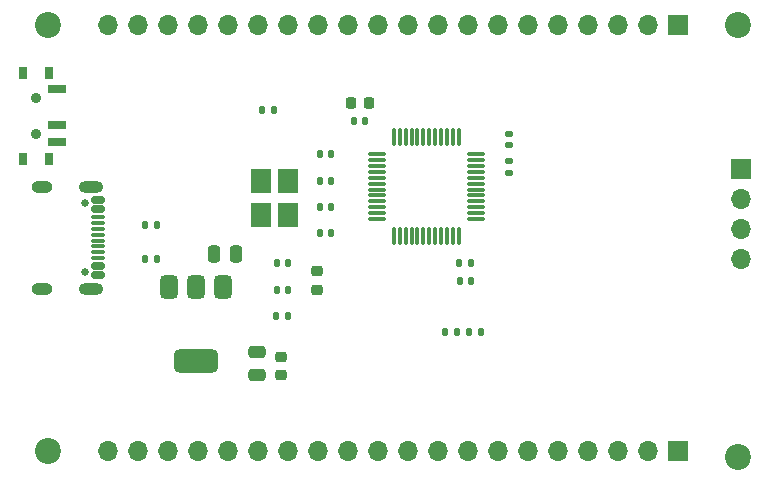
<source format=gbr>
%TF.GenerationSoftware,KiCad,Pcbnew,8.0.0*%
%TF.CreationDate,2024-03-08T02:50:51-08:00*%
%TF.ProjectId,blackpill,626c6163-6b70-4696-9c6c-2e6b69636164,rev?*%
%TF.SameCoordinates,Original*%
%TF.FileFunction,Soldermask,Top*%
%TF.FilePolarity,Negative*%
%FSLAX46Y46*%
G04 Gerber Fmt 4.6, Leading zero omitted, Abs format (unit mm)*
G04 Created by KiCad (PCBNEW 8.0.0) date 2024-03-08 02:50:51*
%MOMM*%
%LPD*%
G01*
G04 APERTURE LIST*
G04 Aperture macros list*
%AMRoundRect*
0 Rectangle with rounded corners*
0 $1 Rounding radius*
0 $2 $3 $4 $5 $6 $7 $8 $9 X,Y pos of 4 corners*
0 Add a 4 corners polygon primitive as box body*
4,1,4,$2,$3,$4,$5,$6,$7,$8,$9,$2,$3,0*
0 Add four circle primitives for the rounded corners*
1,1,$1+$1,$2,$3*
1,1,$1+$1,$4,$5*
1,1,$1+$1,$6,$7*
1,1,$1+$1,$8,$9*
0 Add four rect primitives between the rounded corners*
20,1,$1+$1,$2,$3,$4,$5,0*
20,1,$1+$1,$4,$5,$6,$7,0*
20,1,$1+$1,$6,$7,$8,$9,0*
20,1,$1+$1,$8,$9,$2,$3,0*%
G04 Aperture macros list end*
%ADD10O,1.800000X1.000000*%
%ADD11O,2.100000X1.000000*%
%ADD12RoundRect,0.150000X-0.425000X0.150000X-0.425000X-0.150000X0.425000X-0.150000X0.425000X0.150000X0*%
%ADD13RoundRect,0.075000X-0.500000X0.075000X-0.500000X-0.075000X0.500000X-0.075000X0.500000X0.075000X0*%
%ADD14C,0.650000*%
%ADD15C,2.200000*%
%ADD16RoundRect,0.375000X-0.375000X0.625000X-0.375000X-0.625000X0.375000X-0.625000X0.375000X0.625000X0*%
%ADD17RoundRect,0.500000X-1.400000X0.500000X-1.400000X-0.500000X1.400000X-0.500000X1.400000X0.500000X0*%
%ADD18RoundRect,0.250000X-0.250000X-0.475000X0.250000X-0.475000X0.250000X0.475000X-0.250000X0.475000X0*%
%ADD19R,1.800000X2.100000*%
%ADD20RoundRect,0.140000X-0.170000X0.140000X-0.170000X-0.140000X0.170000X-0.140000X0.170000X0.140000X0*%
%ADD21RoundRect,0.225000X-0.225000X-0.250000X0.225000X-0.250000X0.225000X0.250000X-0.225000X0.250000X0*%
%ADD22RoundRect,0.135000X-0.135000X-0.185000X0.135000X-0.185000X0.135000X0.185000X-0.135000X0.185000X0*%
%ADD23RoundRect,0.075000X-0.662500X-0.075000X0.662500X-0.075000X0.662500X0.075000X-0.662500X0.075000X0*%
%ADD24RoundRect,0.075000X-0.075000X-0.662500X0.075000X-0.662500X0.075000X0.662500X-0.075000X0.662500X0*%
%ADD25RoundRect,0.140000X-0.140000X-0.170000X0.140000X-0.170000X0.140000X0.170000X-0.140000X0.170000X0*%
%ADD26RoundRect,0.135000X0.135000X0.185000X-0.135000X0.185000X-0.135000X-0.185000X0.135000X-0.185000X0*%
%ADD27RoundRect,0.135000X-0.185000X0.135000X-0.185000X-0.135000X0.185000X-0.135000X0.185000X0.135000X0*%
%ADD28RoundRect,0.218750X-0.256250X0.218750X-0.256250X-0.218750X0.256250X-0.218750X0.256250X0.218750X0*%
%ADD29R,1.500000X0.700000*%
%ADD30R,0.800000X1.000000*%
%ADD31C,0.900000*%
%ADD32RoundRect,0.140000X0.140000X0.170000X-0.140000X0.170000X-0.140000X-0.170000X0.140000X-0.170000X0*%
%ADD33R,1.700000X1.700000*%
%ADD34O,1.700000X1.700000*%
%ADD35RoundRect,0.250000X0.475000X-0.250000X0.475000X0.250000X-0.475000X0.250000X-0.475000X-0.250000X0*%
G04 APERTURE END LIST*
D10*
%TO.C,J1*%
X57345000Y-96522000D03*
D11*
X61525000Y-96522000D03*
D10*
X57345000Y-87882000D03*
D11*
X61525000Y-87882000D03*
D12*
X62100000Y-89002000D03*
X62100000Y-89802000D03*
D13*
X62100000Y-90452000D03*
X62100000Y-91452000D03*
X62100000Y-92952000D03*
X62100000Y-93952000D03*
D12*
X62100000Y-94602000D03*
X62100000Y-95402000D03*
X62100000Y-95402000D03*
X62100000Y-94602000D03*
D13*
X62100000Y-93452000D03*
X62100000Y-92452000D03*
X62100000Y-91952000D03*
X62100000Y-90952000D03*
D12*
X62100000Y-89802000D03*
X62100000Y-89002000D03*
D14*
X61025000Y-95092000D03*
X61025000Y-89312000D03*
%TD*%
D15*
%TO.C,H2*%
X57912000Y-74168000D03*
%TD*%
D16*
%TO.C,U1*%
X68100000Y-96350000D03*
D17*
X70400000Y-102650000D03*
D16*
X70400000Y-96350000D03*
X72700000Y-96350000D03*
%TD*%
D18*
%TO.C,C1*%
X71900000Y-93600000D03*
X73800000Y-93600000D03*
%TD*%
D19*
%TO.C,Y1*%
X75900000Y-87400000D03*
X75900000Y-90300000D03*
X78200000Y-90300000D03*
X78200000Y-87400000D03*
%TD*%
D20*
%TO.C,C6*%
X96900000Y-83420000D03*
X96900000Y-84380000D03*
%TD*%
D21*
%TO.C,C3*%
X83525000Y-80800000D03*
X85075000Y-80800000D03*
%TD*%
D22*
%TO.C,R5*%
X93500000Y-100200000D03*
X94520000Y-100200000D03*
%TD*%
D23*
%TO.C,U2*%
X85753500Y-85134000D03*
X85753500Y-85634000D03*
X85753500Y-86134000D03*
X85753500Y-86634000D03*
X85753500Y-87134000D03*
X85753500Y-87634000D03*
X85753500Y-88134000D03*
X85753500Y-88634000D03*
X85753500Y-89134000D03*
X85753500Y-89634000D03*
X85753500Y-90134000D03*
X85753500Y-90634000D03*
D24*
X87166000Y-92046500D03*
X87666000Y-92046500D03*
X88166000Y-92046500D03*
X88666000Y-92046500D03*
X89166000Y-92046500D03*
X89666000Y-92046500D03*
X90166000Y-92046500D03*
X90666000Y-92046500D03*
X91166000Y-92046500D03*
X91666000Y-92046500D03*
X92166000Y-92046500D03*
X92666000Y-92046500D03*
D23*
X94078500Y-90634000D03*
X94078500Y-90134000D03*
X94078500Y-89634000D03*
X94078500Y-89134000D03*
X94078500Y-88634000D03*
X94078500Y-88134000D03*
X94078500Y-87634000D03*
X94078500Y-87134000D03*
X94078500Y-86634000D03*
X94078500Y-86134000D03*
X94078500Y-85634000D03*
X94078500Y-85134000D03*
D24*
X92666000Y-83721500D03*
X92166000Y-83721500D03*
X91666000Y-83721500D03*
X91166000Y-83721500D03*
X90666000Y-83721500D03*
X90166000Y-83721500D03*
X89666000Y-83721500D03*
X89166000Y-83721500D03*
X88666000Y-83721500D03*
X88166000Y-83721500D03*
X87666000Y-83721500D03*
X87166000Y-83721500D03*
%TD*%
D25*
%TO.C,C4*%
X83779000Y-82324000D03*
X84739000Y-82324000D03*
%TD*%
D22*
%TO.C,R2*%
X75980000Y-81400000D03*
X77000000Y-81400000D03*
%TD*%
D26*
%TO.C,R4*%
X92500000Y-100200000D03*
X91480000Y-100200000D03*
%TD*%
D27*
%TO.C,R3*%
X96900000Y-85690000D03*
X96900000Y-86710000D03*
%TD*%
D28*
%TO.C,D1*%
X77612000Y-102291000D03*
X77612000Y-103866000D03*
%TD*%
D26*
%TO.C,R7*%
X67110000Y-94000000D03*
X66090000Y-94000000D03*
%TD*%
D29*
%TO.C,SW1*%
X58630000Y-84150000D03*
X58630000Y-82650000D03*
X58630000Y-79650000D03*
D30*
X55770000Y-85550000D03*
X57980000Y-85550000D03*
D31*
X56870000Y-83400000D03*
X56870000Y-80400000D03*
D30*
X55770000Y-78250000D03*
X57980000Y-78250000D03*
%TD*%
D32*
%TO.C,C7*%
X93670000Y-94327300D03*
X92710000Y-94327300D03*
%TD*%
D26*
%TO.C,R6*%
X67110000Y-91100000D03*
X66090000Y-91100000D03*
%TD*%
D32*
%TO.C,C10*%
X78212000Y-96634000D03*
X77252000Y-96634000D03*
%TD*%
D15*
%TO.C,H3*%
X57912000Y-110236000D03*
%TD*%
D32*
%TO.C,C11*%
X81880000Y-89600000D03*
X80920000Y-89600000D03*
%TD*%
%TO.C,C8*%
X81880000Y-91789300D03*
X80920000Y-91789300D03*
%TD*%
D15*
%TO.C,H4*%
X116332000Y-110744000D03*
%TD*%
D33*
%TO.C,J4*%
X111252000Y-74168000D03*
D34*
X108712000Y-74168000D03*
X106172000Y-74168000D03*
X103632000Y-74168000D03*
X101092000Y-74168000D03*
X98552000Y-74168000D03*
X96012000Y-74168000D03*
X93472000Y-74168000D03*
X90932000Y-74168000D03*
X88392000Y-74168000D03*
X85852000Y-74168000D03*
X83312000Y-74168000D03*
X80772000Y-74168000D03*
X78232000Y-74168000D03*
X75692000Y-74168000D03*
X73152000Y-74168000D03*
X70612000Y-74168000D03*
X68072000Y-74168000D03*
X65532000Y-74168000D03*
X62992000Y-74168000D03*
%TD*%
D15*
%TO.C,H1*%
X116332000Y-74168000D03*
%TD*%
D32*
%TO.C,C13*%
X80920000Y-87400000D03*
X81880000Y-87400000D03*
%TD*%
D26*
%TO.C,R1*%
X78242000Y-98834000D03*
X77222000Y-98834000D03*
%TD*%
D32*
%TO.C,C9*%
X78212000Y-94323300D03*
X77252000Y-94323300D03*
%TD*%
D35*
%TO.C,C2*%
X75580000Y-103800000D03*
X75580000Y-101900000D03*
%TD*%
D33*
%TO.C,J3*%
X111252000Y-110236000D03*
D34*
X108712000Y-110236000D03*
X106172000Y-110236000D03*
X103632000Y-110236000D03*
X101092000Y-110236000D03*
X98552000Y-110236000D03*
X96012000Y-110236000D03*
X93472000Y-110236000D03*
X90932000Y-110236000D03*
X88392000Y-110236000D03*
X85852000Y-110236000D03*
X83312000Y-110236000D03*
X80772000Y-110236000D03*
X78232000Y-110236000D03*
X75692000Y-110236000D03*
X73152000Y-110236000D03*
X70612000Y-110236000D03*
X68072000Y-110236000D03*
X65532000Y-110236000D03*
X62992000Y-110236000D03*
%TD*%
D32*
%TO.C,C12*%
X81880000Y-85100000D03*
X80920000Y-85100000D03*
%TD*%
D28*
%TO.C,FB1*%
X80632000Y-95046500D03*
X80632000Y-96621500D03*
%TD*%
D33*
%TO.C,J2*%
X116586000Y-86360000D03*
D34*
X116586000Y-88900000D03*
X116586000Y-91440000D03*
X116586000Y-93980000D03*
%TD*%
D32*
%TO.C,C5*%
X93698000Y-95879300D03*
X92738000Y-95879300D03*
%TD*%
M02*

</source>
